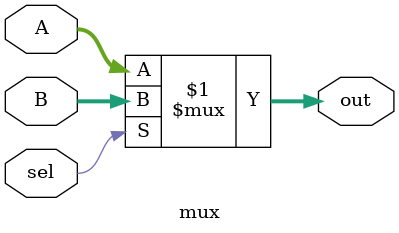
<source format=sv>
module mux (
    sel,
    A,
    B,
    out
);

  input sel;
  input [31:0] A, B;
  output [31:0] out;

  assign out = (sel) ? B : A;
endmodule

</source>
